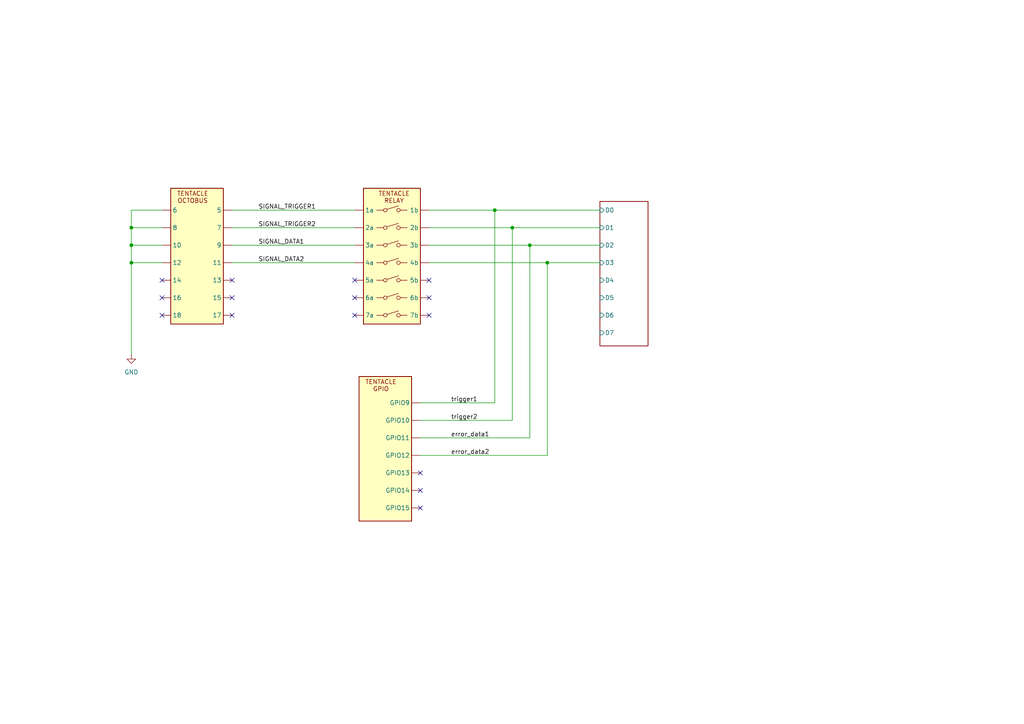
<source format=kicad_sch>
(kicad_sch (version 20231120) (generator "eeschema") (generator_version "8.0")
  (paper "A4")
  (title_block (title "tentacle_DAQ_saleae") (date "2024-07-16") (company "Hans Märki, Märki Informatik") (comment 1 "The MIT License (MIT)"))
  (lib_symbols
    (symbol "00_project_library:tentacle_gpio" (pin_numbers hide)
      (property "Reference" "T" (at -27.432 29.718 0))
      (property "Value" "tentacle" (at 1.27 41.91 0))
      (symbol "tentacle_gpio_1_1"
        (rectangle (start 0 0) (end 15.24 -41.91) (stroke (width 0.254)) (fill (type background)))
        (text "TENTACLE\nGPIO" (at 6.35 -2.54 0) (effects (font (size 1.27 1.27))))
        (pin passive line (at 17.78 -12.7 180) (length 2.54) (name "GPIO10") (number ""))
        (pin passive line (at 17.78 -17.78 180) (length 2.54) (name "GPIO11") (number ""))
        (pin passive line (at 17.78 -22.86 180) (length 2.54) (name "GPIO12") (number ""))
        (pin passive line (at 17.78 -27.94 180) (length 2.54) (name "GPIO13") (number ""))
        (pin passive line (at 17.78 -33.02 180) (length 2.54) (name "GPIO14") (number ""))
        (pin passive line (at 17.78 -38.1 180) (length 2.54) (name "GPIO15") (number ""))
        (pin passive line (at 17.78 -7.62 180) (length 2.54) (name "GPIO9") (number ""))
      )
    )
    (symbol "00_project_library:tentacle_octobus" (pin_numbers hide)
      (property "Reference" "T" (at -27.432 29.718 0))
      (property "Value" "tentacle_octobus" (at 1.27 3.81 0))
      (symbol "tentacle_octobus_1_1"
        (rectangle (start 0 0) (end 15.24 -39.37) (stroke (width 0.254)) (fill (type background)))
        (text "TENTACLE\nOCTOBUS" (at 6.35 -2.54 0) (effects (font (size 1.27 1.27))))
        (pin passive line (at -2.54 -16.51 0) (length 2.54) (name "10") (number "10"))
        (pin passive line (at 17.78 -21.59 180) (length 2.54) (name "11") (number "11"))
        (pin passive line (at -2.54 -21.59 0) (length 2.54) (name "12") (number "12"))
        (pin passive line (at 17.78 -26.67 180) (length 2.54) (name "13") (number "13"))
        (pin passive line (at -2.54 -26.67 0) (length 2.54) (name "14") (number "14"))
        (pin passive line (at 17.78 -31.75 180) (length 2.54) (name "15") (number "15"))
        (pin passive line (at -2.54 -31.75 0) (length 2.54) (name "16") (number "16"))
        (pin passive line (at 17.78 -36.83 180) (length 2.54) (name "17") (number "17"))
        (pin passive line (at -2.54 -36.83 0) (length 2.54) (name "18") (number "18"))
        (pin passive line (at 17.78 -6.35 180) (length 2.54) (name "5") (number "5"))
        (pin passive line (at -2.54 -6.35 0) (length 2.54) (name "6") (number "6"))
        (pin passive line (at 17.78 -11.43 180) (length 2.54) (name "7") (number "7"))
        (pin passive line (at -2.54 -11.43 0) (length 2.54) (name "8") (number "8"))
        (pin passive line (at 17.78 -16.51 180) (length 2.54) (name "9") (number "9"))
      )
    )
    (symbol "00_project_library:tentacle_relay" (pin_numbers hide)
      (property "Reference" "T" (at -27.432 29.718 0))
      (property "Value" "tentacle_relay" (at 3.81 2.54 0))
      (symbol "tentacle_relay_0_1"
        (polyline (pts (xy 5.842 -36.83) (xy 3.81 -36.83)))
        (polyline (pts (xy 5.842 -31.75) (xy 3.81 -31.75)))
        (polyline (pts (xy 5.842 -26.67) (xy 3.81 -26.67)))
        (polyline (pts (xy 5.842 -21.59) (xy 3.81 -21.59)))
        (polyline (pts (xy 5.842 -16.51) (xy 3.81 -16.51)))
        (polyline (pts (xy 5.842 -11.43) (xy 3.81 -11.43)))
        (polyline (pts (xy 5.842 -6.35) (xy 3.81 -6.35)))
        (polyline (pts (xy 6.858 -36.576) (xy 10.16 -35.56)))
        (polyline (pts (xy 6.858 -31.496) (xy 10.16 -30.48)))
        (polyline (pts (xy 6.858 -26.416) (xy 10.16 -25.4)))
        (polyline (pts (xy 6.858 -21.336) (xy 10.16 -20.32)))
        (polyline (pts (xy 6.858 -16.256) (xy 10.16 -15.24)))
        (polyline (pts (xy 6.858 -11.176) (xy 10.16 -10.16)))
        (polyline (pts (xy 6.858 -6.096) (xy 10.16 -5.08)))
        (polyline (pts (xy 12.7 -36.83) (xy 10.668 -36.83)))
        (polyline (pts (xy 12.7 -31.75) (xy 10.668 -31.75)))
        (polyline (pts (xy 12.7 -26.67) (xy 10.668 -26.67)))
        (polyline (pts (xy 12.7 -21.59) (xy 10.668 -21.59)))
        (polyline (pts (xy 12.7 -16.51) (xy 10.668 -16.51)))
        (polyline (pts (xy 12.7 -11.43) (xy 10.668 -11.43)))
        (polyline (pts (xy 12.7 -6.35) (xy 10.668 -6.35)))
        (circle (center 6.35 -36.83) (radius 0.508))
        (circle (center 6.35 -31.75) (radius 0.508))
        (circle (center 6.35 -26.67) (radius 0.508))
        (circle (center 6.35 -21.59) (radius 0.508))
        (circle (center 6.35 -16.51) (radius 0.508))
        (circle (center 6.35 -11.43) (radius 0.508))
        (circle (center 6.35 -6.35) (radius 0.508))
        (circle (center 10.16 -36.83) (radius 0.508))
        (circle (center 10.16 -31.75) (radius 0.508))
        (circle (center 10.16 -26.67) (radius 0.508))
        (circle (center 10.16 -21.59) (radius 0.508))
        (circle (center 10.16 -16.51) (radius 0.508))
        (circle (center 10.16 -11.43) (radius 0.508))
        (circle (center 10.16 -6.35) (radius 0.508))
      )
      (symbol "tentacle_relay_1_1"
        (rectangle (start 0 0) (end 16.51 -39.37) (stroke (width 0.254)) (fill (type background)))
        (text "TENTACLE\nRELAY" (at 8.89 -2.54 0) (effects (font (size 1.27 1.27))))
        (pin passive line (at -2.54 -6.35 0) (length 2.54) (name "1a") (number ""))
        (pin passive line (at 19.05 -6.35 180) (length 2.54) (name "1b") (number ""))
        (pin passive line (at -2.54 -11.43 0) (length 2.54) (name "2a") (number ""))
        (pin passive line (at 19.05 -11.43 180) (length 2.54) (name "2b") (number ""))
        (pin passive line (at -2.54 -16.51 0) (length 2.54) (name "3a") (number ""))
        (pin passive line (at 19.05 -16.51 180) (length 2.54) (name "3b") (number ""))
        (pin passive line (at -2.54 -21.59 0) (length 2.54) (name "4a") (number ""))
        (pin passive line (at 19.05 -21.59 180) (length 2.54) (name "4b") (number ""))
        (pin passive line (at -2.54 -26.67 0) (length 2.54) (name "5a") (number ""))
        (pin passive line (at 19.05 -26.67 180) (length 2.54) (name "5b") (number ""))
        (pin passive line (at -2.54 -31.75 0) (length 2.54) (name "6a") (number ""))
        (pin passive line (at 19.05 -31.75 180) (length 2.54) (name "6b") (number ""))
        (pin passive line (at -2.54 -36.83 0) (length 2.54) (name "7a") (number ""))
        (pin passive line (at 19.05 -36.83 180) (length 2.54) (name "7b") (number ""))
      )
    )
    (symbol "power:GND" (power) (pin_numbers hide) (pin_names (offset 0) hide)
      (property "Value" "GND" (at 0 -3.81 0))
      (symbol "GND_0_1"
        (polyline (pts (xy 0 0) (xy 0 -1.27) (xy 1.27 -1.27) (xy 0 -2.54) (xy -1.27 -1.27) (xy 0 -1.27)))
      )
      (symbol "GND_1_1"
        (pin power_in line (at 0 0 270) (length 0) (name "~") (number "1"))
      )
    )
  )
  (junction (at 38.1 71.12))
  (junction (at 153.67 71.12))
  (junction (at 38.1 66.04))
  (junction (at 158.75 76.2))
  (junction (at 143.51 60.96))
  (junction (at 148.59 66.04))
  (junction (at 38.1 76.2))
  (no_connect (at 67.31 91.44))
  (no_connect (at 46.99 86.36))
  (no_connect (at 102.87 86.36))
  (no_connect (at 124.46 86.36))
  (no_connect (at 67.31 86.36))
  (no_connect (at 124.46 81.28))
  (no_connect (at 121.92 147.32))
  (no_connect (at 102.87 91.44))
  (no_connect (at 46.99 81.28))
  (no_connect (at 121.92 142.24))
  (no_connect (at 124.46 91.44))
  (no_connect (at 121.92 137.16))
  (no_connect (at 67.31 81.28))
  (no_connect (at 46.99 91.44))
  (no_connect (at 102.87 81.28))
  (wire (pts (xy 158.75 132.08) (xy 158.75 76.2)))
  (wire (pts (xy 38.1 76.2) (xy 38.1 102.87)))
  (wire (pts (xy 124.46 60.96) (xy 143.51 60.96)))
  (wire (pts (xy 158.75 76.2) (xy 173.99 76.2)))
  (wire (pts (xy 148.59 121.92) (xy 148.59 66.04)))
  (wire (pts (xy 38.1 76.2) (xy 46.99 76.2)))
  (wire (pts (xy 121.92 127) (xy 153.67 127)))
  (wire (pts (xy 121.92 121.92) (xy 148.59 121.92)))
  (wire (pts (xy 121.92 132.08) (xy 158.75 132.08)))
  (wire (pts (xy 153.67 71.12) (xy 153.67 127)))
  (wire (pts (xy 143.51 60.96) (xy 143.51 116.84)))
  (wire (pts (xy 38.1 60.96) (xy 38.1 66.04)))
  (wire (pts (xy 38.1 66.04) (xy 46.99 66.04)))
  (wire (pts (xy 153.67 71.12) (xy 173.99 71.12)))
  (wire (pts (xy 38.1 71.12) (xy 38.1 76.2)))
  (wire (pts (xy 148.59 66.04) (xy 173.99 66.04)))
  (wire (pts (xy 67.31 66.04) (xy 102.87 66.04)))
  (wire (pts (xy 46.99 60.96) (xy 38.1 60.96)))
  (wire (pts (xy 124.46 71.12) (xy 153.67 71.12)))
  (wire (pts (xy 67.31 76.2) (xy 102.87 76.2)))
  (wire (pts (xy 124.46 66.04) (xy 148.59 66.04)))
  (wire (pts (xy 67.31 60.96) (xy 102.87 60.96)))
  (wire (pts (xy 67.31 71.12) (xy 102.87 71.12)))
  (wire (pts (xy 38.1 71.12) (xy 46.99 71.12)))
  (wire (pts (xy 143.51 60.96) (xy 173.99 60.96)))
  (wire (pts (xy 121.92 116.84) (xy 143.51 116.84)))
  (wire (pts (xy 38.1 66.04) (xy 38.1 71.12)))
  (wire (pts (xy 124.46 76.2) (xy 158.75 76.2)))
  (text "${SHEETNAME}" (at 53.848 29.718 0) (effects (font (size 2.54 2.54) (thickness 0.508) (bold yes))))
  (label "error_data1" (at 130.81 127 0))
  (label "SIGNAL_TRIGGER2" (at 74.93 66.04 0))
  (label "trigger1" (at 130.81 116.84 0))
  (label "error_data2" (at 130.81 132.08 0))
  (label "trigger2" (at 130.81 121.92 0))
  (label "SIGNAL_DATA2" (at 74.93 76.2 0))
  (label "SIGNAL_DATA1" (at 74.93 71.12 0))
  (label "SIGNAL_TRIGGER1" (at 74.93 60.96 0))
  (symbol (lib_id "00_project_library:tentacle_octobus") (at 49.53 54.61 0) (unit 1)
    (property "Reference" "T901" (effects (hide yes)))
    (property "Value" "tentacle" (effects (hide yes)))
  )
  (symbol (lib_id "00_project_library:tentacle_gpio") (at 104.14 109.22 0) (unit 1)
    (property "Reference" "T902" (effects (hide yes)))
    (property "Value" "tentacle" (effects (hide yes)))
  )
  (symbol (lib_id "00_project_library:tentacle_relay") (at 105.41 54.61 0) (unit 1)
    (property "Reference" "T903" (effects (hide yes)))
    (property "Value" "tentacle" (effects (hide yes)))
  )
  (symbol (lib_id "power:GND") (at 38.1 102.87 0) (unit 1)
    (property "Reference" "#PWR0901" (effects (hide yes)))
    (property "Value" "GND" (at 38.1 107.95 0))
    (property "Description" "Power symbol creates a global label with name \"GND\" , ground" (effects (hide yes)))
  )
  (sheet (at 173.99 58.42) (size 13.97 41.91) (stroke (width 0.1524))
    (property "Sheetname" "daq3" (effects (hide yes)))
    (property "Sheetfile" "device_potpourry_daq.kicad_sch" (effects (hide yes)))
    (pin "D0" input (at 173.99 60.96 180))
    (pin "D1" input (at 173.99 66.04 180))
    (pin "D2" input (at 173.99 71.12 180))
    (pin "D3" input (at 173.99 76.2 180))
    (pin "D6" input (at 173.99 91.44 180))
    (pin "D4" input (at 173.99 81.28 180))
    (pin "D5" input (at 173.99 86.36 180))
    (pin "D7" input (at 173.99 96.52 180))
  )
)
</source>
